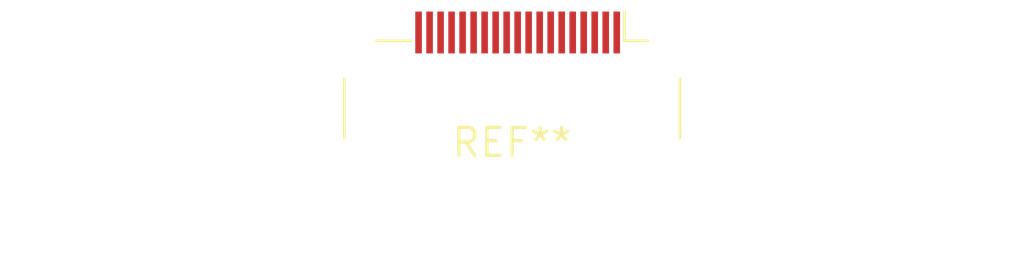
<source format=kicad_pcb>
(kicad_pcb (version 20240108) (generator pcbnew)
  (layers (0 "F.Cu" signal) (31 "B.Cu" signal) (34 "B.Paste" user) (35 "F.Paste" user) (36 "B.SilkS" user "B.Silkscreen") (37 "F.SilkS" user "F.Silkscreen") (38 "B.Mask" user) (39 "F.Mask" user) (44 "Edge.Cuts" user))
  (net 0 "")
  (footprint "HDMI_A_Amphenol_10029449-x01xLF_Horizontal" (layer "F.Cu") (at 0 0)
    (property "Reference" "REF**")
    (property "Value" "HDMI_A_Amphenol_10029449-x01xLF_Horizontal")
    (fp_line (start -7.62 -0.2) (end -7.62 -2.9) (layer "F.SilkS") (stroke (width 0.12)))
    (fp_line (start -6.15 -4.62) (end -4.6 -4.62) (layer "F.SilkS") (stroke (width 0.12)))
    (fp_line (start 5.1 -5.95) (end 5.1 -4.62) (layer "F.SilkS") (stroke (width 0.12)))
    (fp_line (start 5.1 -4.62) (end 6.15 -4.62) (layer "F.SilkS") (stroke (width 0.12)))
    (fp_line (start 7.62 -2.9) (end 7.62 -0.2) (layer "F.SilkS") (stroke (width 0.12)))
    (pad "1" smd rect (at 4.75 -5) (size 0.3 1.9) (layers "F.Cu" "F.Paste" "F.Mask"))
    (pad "2" smd rect (at 4.25 -5) (size 0.3 1.9) (layers "F.Cu" "F.Paste" "F.Mask"))
    (pad "3" smd rect (at 3.75 -5) (size 0.3 1.9) (layers "F.Cu" "F.Paste" "F.Mask"))
    (pad "4" smd rect (at 3.25 -5) (size 0.3 1.9) (layers "F.Cu" "F.Paste" "F.Mask"))
    (pad "5" smd rect (at 2.75 -5) (size 0.3 1.9) (layers "F.Cu" "F.Paste" "F.Mask"))
    (pad "6" smd rect (at 2.25 -5) (size 0.3 1.9) (layers "F.Cu" "F.Paste" "F.Mask"))
    (pad "7" smd rect (at 1.75 -5) (size 0.3 1.9) (layers "F.Cu" "F.Paste" "F.Mask"))
    (pad "8" smd rect (at 1.25 -5) (size 0.3 1.9) (layers "F.Cu" "F.Paste" "F.Mask"))
    (pad "9" smd rect (at 0.75 -5) (size 0.3 1.9) (layers "F.Cu" "F.Paste" "F.Mask"))
    (pad "10" smd rect (at 0.25 -5) (size 0.3 1.9) (layers "F.Cu" "F.Paste" "F.Mask"))
    (pad "11" smd rect (at -0.25 -5) (size 0.3 1.9) (layers "F.Cu" "F.Paste" "F.Mask"))
    (pad "12" smd rect (at -0.75 -5) (size 0.3 1.9) (layers "F.Cu" "F.Paste" "F.Mask"))
    (pad "13" smd rect (at -1.25 -5) (size 0.3 1.9) (layers "F.Cu" "F.Paste" "F.Mask"))
    (pad "14" smd rect (at -1.75 -5) (size 0.3 1.9) (layers "F.Cu" "F.Paste" "F.Mask"))
    (pad "15" smd rect (at -2.25 -5) (size 0.3 1.9) (layers "F.Cu" "F.Paste" "F.Mask"))
    (pad "16" smd rect (at -2.75 -5) (size 0.3 1.9) (layers "F.Cu" "F.Paste" "F.Mask"))
    (pad "17" smd rect (at -3.25 -5) (size 0.3 1.9) (layers "F.Cu" "F.Paste" "F.Mask"))
    (pad "18" smd rect (at -3.75 -5) (size 0.3 1.9) (layers "F.Cu" "F.Paste" "F.Mask"))
    (pad "19" smd rect (at -4.25 -5) (size 0.3 1.9) (layers "F.Cu" "F.Paste" "F.Mask"))
    (pad "SH" thru_hole circle (at -7.85 0.9) (size 1.8 1.8) (drill 1.3) (layers *.Cu *.Mask) (remove_unused_layers))
    (pad "SH" thru_hole circle (at -7.25 -4) (size 1.8 1.8) (drill 1.3) (layers *.Cu *.Mask) (remove_unused_layers))
    (pad "SH" thru_hole circle (at 7.25 -4) (size 1.8 1.8) (drill 1.3) (layers *.Cu *.Mask) (remove_unused_layers))
    (pad "SH" thru_hole circle (at 7.85 0.9) (size 1.8 1.8) (drill 1.3) (layers *.Cu *.Mask) (remove_unused_layers))
  )
)
</source>
